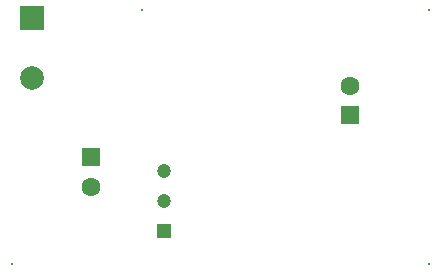
<source format=gbr>
G04*
G04 #@! TF.GenerationSoftware,Altium Limited,Altium Designer,25.8.1 (18)*
G04*
G04 Layer_Color=16711935*
%FSLAX25Y25*%
%MOIN*%
G70*
G04*
G04 #@! TF.SameCoordinates,42E29172-AB17-4D01-AB3A-1E57205C25AC*
G04*
G04*
G04 #@! TF.FilePolarity,Negative*
G04*
G01*
G75*
%ADD34R,0.04724X0.04724*%
%ADD35C,0.04724*%
%ADD36R,0.06312X0.06312*%
%ADD37C,0.06312*%
%ADD38R,0.07887X0.07887*%
%ADD39C,0.07887*%
%ADD40C,0.00800*%
D34*
X62949Y23461D02*
D03*
D35*
Y33461D02*
D03*
Y43461D02*
D03*
D36*
X125165Y61825D02*
D03*
X38668Y47927D02*
D03*
D37*
X125165Y71667D02*
D03*
X38668Y38085D02*
D03*
D38*
X19165Y94325D02*
D03*
D39*
Y74325D02*
D03*
D40*
X151187Y96922D02*
D03*
X151189Y12224D02*
D03*
X55678Y96929D02*
D03*
X12238Y12194D02*
D03*
M02*

</source>
